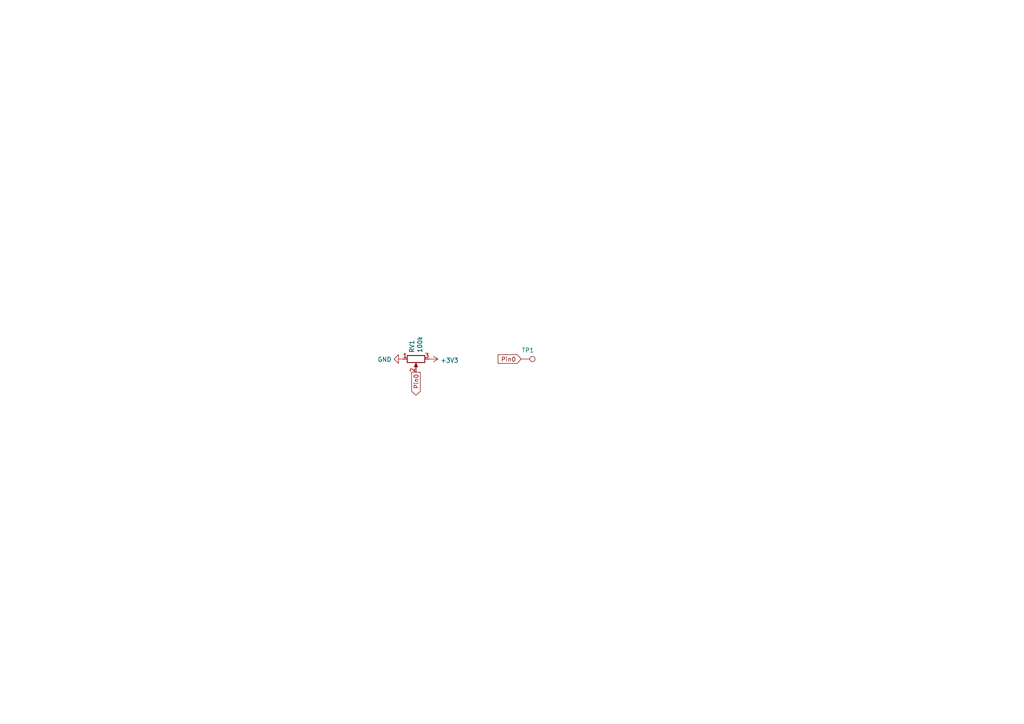
<source format=kicad_sch>
(kicad_sch (version 20211123) (generator eeschema)
  (paper "A4")
  (lib_symbols
    (symbol "Connector:TestPoint" (pin_numbers hide) (pin_names (offset 0.762) hide)
      (property "Reference" "TP" (at 0 6.858 0))
      (property "Value" "TestPoint" (at 0 5.08 0))
      (symbol "TestPoint_0_1"
        (circle (center 0 3.302) (radius 0.762))
      )
      (symbol "TestPoint_1_1"
        (pin passive line (at 0 0 90) (length 2.54) (name "1") (number "1"))
      )
    )
    (symbol "Device:R_Potentiometer" (pin_names (offset 1.016) hide)
      (property "Reference" "RV" (at -4.445 0 90))
      (property "Value" "R_Potentiometer" (at -2.54 0 90))
      (symbol "R_Potentiometer_0_1"
        (polyline (pts (xy 2.54 0) (xy 1.524 0)))
        (polyline (pts (xy 1.143 0) (xy 2.286 0.508) (xy 2.286 -0.508) (xy 1.143 0)) (fill (type outline)))
        (rectangle (start 1.016 2.54) (end -1.016 -2.54) (stroke (width 0.254)))
      )
      (symbol "R_Potentiometer_1_1"
        (pin passive line (at 0 3.81 270) (length 1.27) (name "1") (number "1"))
        (pin passive line (at 3.81 0 180) (length 1.27) (name "2") (number "2"))
        (pin passive line (at 0 -3.81 90) (length 1.27) (name "3") (number "3"))
      )
    )
    (symbol "power:+3V3" (power) (pin_names (offset 0))
      (property "Value" "+3V3" (at 0 3.556 0))
      (symbol "+3V3_0_1"
        (polyline (pts (xy -0.762 1.27) (xy 0 2.54)))
        (polyline (pts (xy 0 0) (xy 0 2.54)))
        (polyline (pts (xy 0 2.54) (xy 0.762 1.27)))
      )
      (symbol "+3V3_1_1"
        (pin power_in line (at 0 0 90) (length 0) hide (name "+3V3") (number "1"))
      )
    )
    (symbol "power:GND" (power) (pin_names (offset 0))
      (property "Value" "GND" (at 0 -3.81 0))
      (symbol "GND_0_1"
        (polyline (pts (xy 0 0) (xy 0 -1.27) (xy 1.27 -1.27) (xy 0 -2.54) (xy -1.27 -1.27) (xy 0 -1.27)))
      )
      (symbol "GND_1_1"
        (pin power_in line (at 0 0 270) (length 0) hide (name "GND") (number "1"))
      )
    )
  )
  (global_label "Pin0" (shape input) (at 151.13 104.14 180) (property "Intersheet References" "${INTERSHEET_REFS}" (effects hide)))
  (global_label "Pin0" (shape output) (at 120.65 107.95 270) (property "Intersheet References" "${INTERSHEET_REFS}" (effects hide)))
  (symbol (lib_id "Device:R_Potentiometer") (at 120.65 104.14 90) (mirror x) (unit 1)
    (property "Reference" "RV1" (at 119.4816 102.362 0) (effects (justify right)))
    (property "Value" "100k" (at 121.793 102.362 0) (effects (justify right)))
    (property "Footprint" "Potentiometer_Thonk:SongHueiTallTrim9" (effects hide))
    (property "Device" "Potentiometer" (effects hide))
    (property "Description" "B100K - Song Huei TALL Trimmer Potentiometer" (effects hide))
    (property "Place" "No" (effects hide))
    (property "Dist" "Thonk" (effects hide))
    (property "DistPartNumber" "R0904N-B100K" (effects hide))
    (property "DistLink" "https://www.thonk.co.uk/shop/ttpots/" (effects hide))
    (property "Simulator" "erb::SongHuei9" (effects hide))
  )
  (symbol (lib_id "power:GND") (at 116.84 104.14 270) (unit 1)
    (property "Reference" "#PWR?" (effects hide))
    (property "Value" "GND" (at 113.5888 104.267 90) (effects (justify right)))
  )
  (symbol (lib_id "power:+3V3") (at 124.46 104.14 270) (unit 1)
    (property "Reference" "#PWR?" (effects hide))
    (property "Value" "+3V3" (at 127.7112 104.521 90) (effects (justify left)))
  )
  (symbol (lib_id "Connector:TestPoint") (at 151.13 104.14 270) (unit 1) (in_bom no)
    (property "Reference" "TP1" (at 154.94 101.6 90) (effects (justify right)))
    (property "Value" "TestPoint" (effects hide))
    (property "Footprint" "TestPoint:TestPoint_Pad_D1.5mm" (effects hide))
  )
)
</source>
